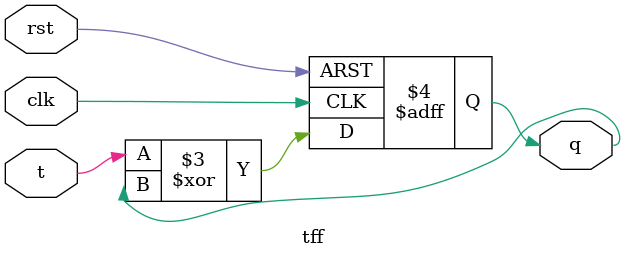
<source format=v>
module tff(input t,input rst,input clk,output reg q);
always@(posedge clk,negedge rst) begin
if(!rst) q<=0;
else begin
 q<=t^q;
 end
end
endmodule

</source>
